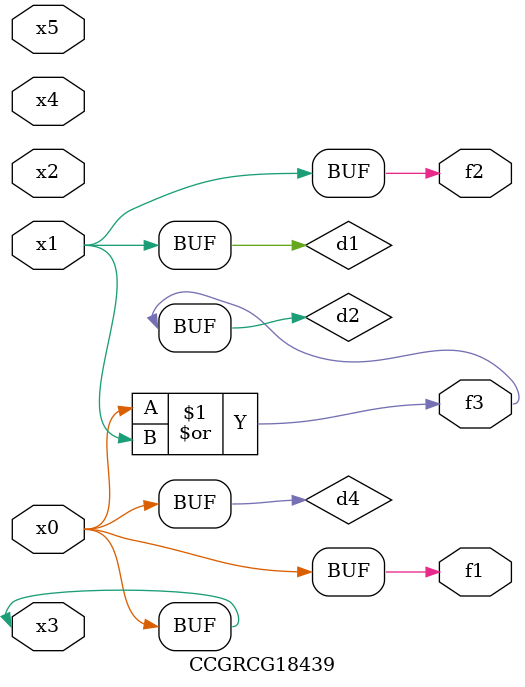
<source format=v>
module CCGRCG18439(
	input x0, x1, x2, x3, x4, x5,
	output f1, f2, f3
);

	wire d1, d2, d3, d4;

	and (d1, x1);
	or (d2, x0, x1);
	nand (d3, x0, x5);
	buf (d4, x0, x3);
	assign f1 = d4;
	assign f2 = d1;
	assign f3 = d2;
endmodule

</source>
